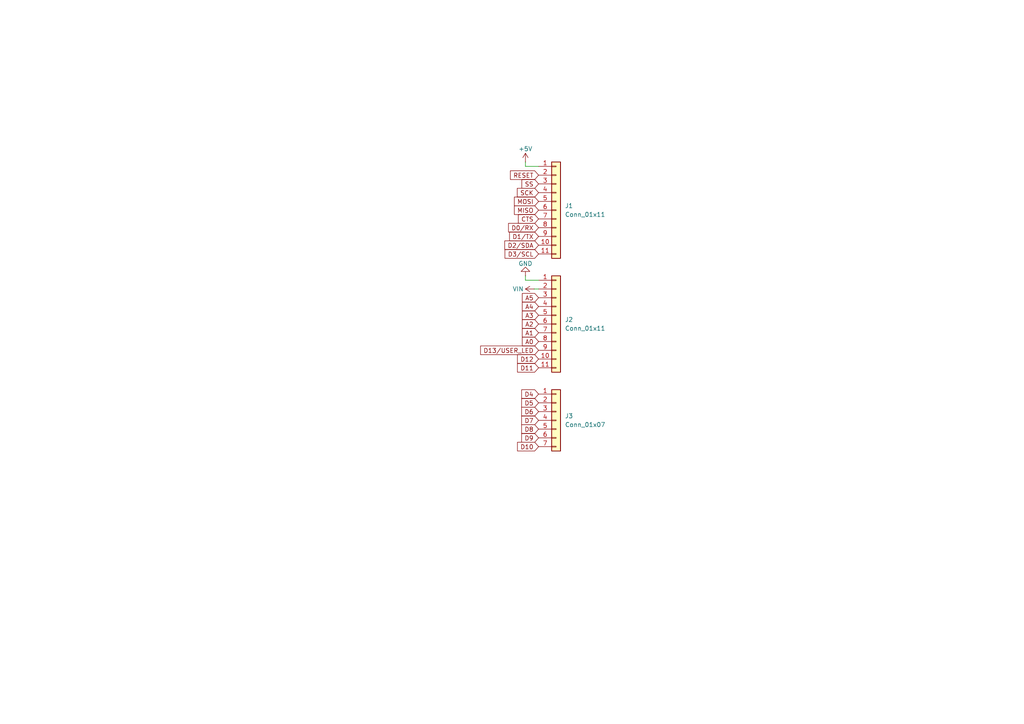
<source format=kicad_sch>
(kicad_sch (version 20250114) (generator "eeschema") (generator_version "9.0")
  (paper "A4")
  (lib_symbols
    (symbol "Connector_Generic:Conn_01x07" (pin_names (offset 1.016) (hide yes))
      (property "Reference" "J" (at 0 10.16 0))
      (property "Value" "Conn_01x07" (at 0 -10.16 0))
      (symbol "Conn_01x07_1_1"
        (rectangle (start -1.27 8.89) (end 1.27 -8.89) (stroke (width 0.254)) (fill (type background)))
        (rectangle (start -1.27 7.747) (end 0 7.493) (stroke (width 0.1524)))
        (rectangle (start -1.27 5.207) (end 0 4.953) (stroke (width 0.1524)))
        (rectangle (start -1.27 2.667) (end 0 2.413) (stroke (width 0.1524)))
        (rectangle (start -1.27 0.127) (end 0 -0.127) (stroke (width 0.1524)))
        (rectangle (start -1.27 -2.413) (end 0 -2.667) (stroke (width 0.1524)))
        (rectangle (start -1.27 -4.953) (end 0 -5.207) (stroke (width 0.1524)))
        (rectangle (start -1.27 -7.493) (end 0 -7.747) (stroke (width 0.1524)))
        (pin passive line (at -5.08 7.62 0) (length 3.81) (name "Pin_1") (number "1"))
        (pin passive line (at -5.08 5.08 0) (length 3.81) (name "Pin_2") (number "2"))
        (pin passive line (at -5.08 2.54 0) (length 3.81) (name "Pin_3") (number "3"))
        (pin passive line (at -5.08 0 0) (length 3.81) (name "Pin_4") (number "4"))
        (pin passive line (at -5.08 -2.54 0) (length 3.81) (name "Pin_5") (number "5"))
        (pin passive line (at -5.08 -5.08 0) (length 3.81) (name "Pin_6") (number "6"))
        (pin passive line (at -5.08 -7.62 0) (length 3.81) (name "Pin_7") (number "7"))
      )
    )
    (symbol "Connector_Generic:Conn_01x11" (pin_names (offset 1.016) (hide yes))
      (property "Reference" "J" (at 0 15.24 0))
      (property "Value" "Conn_01x11" (at 0 -15.24 0))
      (symbol "Conn_01x11_1_1"
        (rectangle (start -1.27 13.97) (end 1.27 -13.97) (stroke (width 0.254)) (fill (type background)))
        (rectangle (start -1.27 12.827) (end 0 12.573) (stroke (width 0.1524)))
        (rectangle (start -1.27 10.287) (end 0 10.033) (stroke (width 0.1524)))
        (rectangle (start -1.27 7.747) (end 0 7.493) (stroke (width 0.1524)))
        (rectangle (start -1.27 5.207) (end 0 4.953) (stroke (width 0.1524)))
        (rectangle (start -1.27 2.667) (end 0 2.413) (stroke (width 0.1524)))
        (rectangle (start -1.27 0.127) (end 0 -0.127) (stroke (width 0.1524)))
        (rectangle (start -1.27 -2.413) (end 0 -2.667) (stroke (width 0.1524)))
        (rectangle (start -1.27 -4.953) (end 0 -5.207) (stroke (width 0.1524)))
        (rectangle (start -1.27 -7.493) (end 0 -7.747) (stroke (width 0.1524)))
        (rectangle (start -1.27 -10.033) (end 0 -10.287) (stroke (width 0.1524)))
        (rectangle (start -1.27 -12.573) (end 0 -12.827) (stroke (width 0.1524)))
        (pin passive line (at -5.08 12.7 0) (length 3.81) (name "Pin_1") (number "1"))
        (pin passive line (at -5.08 10.16 0) (length 3.81) (name "Pin_2") (number "2"))
        (pin passive line (at -5.08 7.62 0) (length 3.81) (name "Pin_3") (number "3"))
        (pin passive line (at -5.08 5.08 0) (length 3.81) (name "Pin_4") (number "4"))
        (pin passive line (at -5.08 2.54 0) (length 3.81) (name "Pin_5") (number "5"))
        (pin passive line (at -5.08 0 0) (length 3.81) (name "Pin_6") (number "6"))
        (pin passive line (at -5.08 -2.54 0) (length 3.81) (name "Pin_7") (number "7"))
        (pin passive line (at -5.08 -5.08 0) (length 3.81) (name "Pin_8") (number "8"))
        (pin passive line (at -5.08 -7.62 0) (length 3.81) (name "Pin_9") (number "9"))
        (pin passive line (at -5.08 -10.16 0) (length 3.81) (name "Pin_10") (number "10"))
        (pin passive line (at -5.08 -12.7 0) (length 3.81) (name "Pin_11") (number "11"))
      )
    )
    (symbol "power:GND" (power) (pin_numbers (hide yes)) (pin_names (offset 0) (hide yes))
      (property "Value" "GND" (at 0 -3.81 0))
      (symbol "GND_0_1"
        (polyline (pts (xy 0 0) (xy 0 -1.27) (xy 1.27 -1.27) (xy 0 -2.54) (xy -1.27 -1.27) (xy 0 -1.27)))
      )
      (symbol "GND_1_1"
        (pin power_in line (at 0 0 270) (length 0) (name "~") (number "1"))
      )
    )
    (symbol "power:VCC" (power) (pin_numbers (hide yes)) (pin_names (offset 0) (hide yes))
      (property "Value" "VCC" (at 0 3.556 0))
      (symbol "VCC_0_1"
        (polyline (pts (xy -0.762 1.27) (xy 0 2.54)))
        (polyline (pts (xy 0 2.54) (xy 0.762 1.27)))
        (polyline (pts (xy 0 0) (xy 0 2.54)))
      )
      (symbol "VCC_1_1"
        (pin power_in line (at 0 0 90) (length 0) (name "~") (number "1"))
      )
    )
  )
  (wire (pts (xy 156.21 81.28) (xy 152.4 81.28)))
  (wire (pts (xy 152.4 81.28) (xy 152.4 80.01)))
  (wire (pts (xy 154.94 83.82) (xy 156.21 83.82)))
  (wire (pts (xy 152.4 48.26) (xy 152.4 46.99)))
  (wire (pts (xy 156.21 48.26) (xy 152.4 48.26)))
  (global_label "A0" (shape input) (at 156.21 99.06 180) (property "Intersheetrefs" "${INTERSHEET_REFS}" (effects (hide yes))))
  (global_label "D0{slash}RX" (shape input) (at 156.21 66.04 180) (property "Intersheetrefs" "${INTERSHEET_REFS}" (effects (hide yes))))
  (global_label "D13{slash}USER_LED" (shape input) (at 156.21 101.6 180) (property "Intersheetrefs" "${INTERSHEET_REFS}" (effects (hide yes))))
  (global_label "D4" (shape input) (at 156.21 114.3 180) (property "Intersheetrefs" "${INTERSHEET_REFS}" (effects (hide yes))))
  (global_label "D6" (shape input) (at 156.21 119.38 180) (property "Intersheetrefs" "${INTERSHEET_REFS}" (effects (hide yes))))
  (global_label "RESET" (shape input) (at 156.21 50.8 180) (property "Intersheetrefs" "${INTERSHEET_REFS}" (effects (hide yes))))
  (global_label "A3" (shape input) (at 156.21 91.44 180) (property "Intersheetrefs" "${INTERSHEET_REFS}" (effects (hide yes))))
  (global_label "A4" (shape input) (at 156.21 88.9 180) (property "Intersheetrefs" "${INTERSHEET_REFS}" (effects (hide yes))))
  (global_label "MOSI" (shape input) (at 156.21 58.42 180) (property "Intersheetrefs" "${INTERSHEET_REFS}" (effects (hide yes))))
  (global_label "MISO" (shape input) (at 156.21 60.96 180) (property "Intersheetrefs" "${INTERSHEET_REFS}" (effects (hide yes))))
  (global_label "D11" (shape input) (at 156.21 106.68 180) (property "Intersheetrefs" "${INTERSHEET_REFS}" (effects (hide yes))))
  (global_label "SS" (shape input) (at 156.21 53.34 180) (property "Intersheetrefs" "${INTERSHEET_REFS}" (effects (hide yes))))
  (global_label "D10" (shape input) (at 156.21 129.54 180) (property "Intersheetrefs" "${INTERSHEET_REFS}" (effects (hide yes))))
  (global_label "A2" (shape input) (at 156.21 93.98 180) (property "Intersheetrefs" "${INTERSHEET_REFS}" (effects (hide yes))))
  (global_label "SCK" (shape input) (at 156.21 55.88 180) (property "Intersheetrefs" "${INTERSHEET_REFS}" (effects (hide yes))))
  (global_label "A5" (shape input) (at 156.21 86.36 180) (property "Intersheetrefs" "${INTERSHEET_REFS}" (effects (hide yes))))
  (global_label "D5" (shape input) (at 156.21 116.84 180) (property "Intersheetrefs" "${INTERSHEET_REFS}" (effects (hide yes))))
  (global_label "D1{slash}TX" (shape input) (at 156.21 68.58 180) (property "Intersheetrefs" "${INTERSHEET_REFS}" (effects (hide yes))))
  (global_label "D9" (shape input) (at 156.21 127 180) (property "Intersheetrefs" "${INTERSHEET_REFS}" (effects (hide yes))))
  (global_label "D8" (shape input) (at 156.21 124.46 180) (property "Intersheetrefs" "${INTERSHEET_REFS}" (effects (hide yes))))
  (global_label "D12" (shape input) (at 156.21 104.14 180) (property "Intersheetrefs" "${INTERSHEET_REFS}" (effects (hide yes))))
  (global_label "A1" (shape input) (at 156.21 96.52 180) (property "Intersheetrefs" "${INTERSHEET_REFS}" (effects (hide yes))))
  (global_label "D7" (shape input) (at 156.21 121.92 180) (property "Intersheetrefs" "${INTERSHEET_REFS}" (effects (hide yes))))
  (global_label "D3{slash}SCL" (shape input) (at 156.21 73.66 180) (property "Intersheetrefs" "${INTERSHEET_REFS}" (effects (hide yes))))
  (global_label "CTS" (shape input) (at 156.21 63.5 180) (property "Intersheetrefs" "${INTERSHEET_REFS}" (effects (hide yes))))
  (global_label "D2{slash}SDA" (shape input) (at 156.21 71.12 180) (property "Intersheetrefs" "${INTERSHEET_REFS}" (effects (hide yes))))
  (symbol (lib_id "power:VCC") (at 152.4 46.99 0) (unit 1)
    (property "Reference" "#PWR016" (effects (hide yes)))
    (property "Value" "+5V" (at 152.4 43.18 0))
    (property "Description" "Power symbol creates a global label with name \"VCC\"" (effects (hide yes)))
  )
  (symbol (lib_id "Connector_Generic:Conn_01x11") (at 161.29 60.96 0) (unit 1)
    (property "Reference" "J1" (at 163.83 59.6899 0) (effects (justify left)))
    (property "Value" "Conn_01x11" (at 163.83 62.2299 0) (effects (justify left)))
    (property "Footprint" "Connector_PinHeader_2.00mm:PinHeader_1x11_P2.00mm_Vertical" (effects (hide yes)))
    (property "Description" "Generic connector, single row, 01x11, script generated (kicad-library-utils/schlib/autogen/connector/)" (effects (hide yes)))
  )
  (symbol (lib_id "Connector_Generic:Conn_01x11") (at 161.29 93.98 0) (unit 1)
    (property "Reference" "J2" (at 163.83 92.7099 0) (effects (justify left)))
    (property "Value" "Conn_01x11" (at 163.83 95.2499 0) (effects (justify left)))
    (property "Footprint" "Connector_PinHeader_2.00mm:PinHeader_1x11_P2.00mm_Vertical" (effects (hide yes)))
    (property "Description" "Generic connector, single row, 01x11, script generated (kicad-library-utils/schlib/autogen/connector/)" (effects (hide yes)))
  )
  (symbol (lib_id "power:GND") (at 152.4 80.01 180) (unit 1)
    (property "Reference" "#PWR015" (effects (hide yes)))
    (property "Value" "GND" (at 152.4 76.454 0))
    (property "Description" "Power symbol creates a global label with name \"GND\" , ground" (effects (hide yes)))
  )
  (symbol (lib_id "power:VCC") (at 154.94 83.82 90) (unit 1)
    (property "Reference" "#PWR024" (effects (hide yes)))
    (property "Value" "VIN" (at 151.892 83.82 90) (effects (justify left)))
    (property "Description" "Power symbol creates a global label with name \"VCC\"" (effects (hide yes)))
  )
  (symbol (lib_id "Connector_Generic:Conn_01x07") (at 161.29 121.92 0) (unit 1)
    (property "Reference" "J3" (at 163.83 120.6499 0) (effects (justify left)))
    (property "Value" "Conn_01x07" (at 163.83 123.1899 0) (effects (justify left)))
    (property "Footprint" "Connector_PinHeader_2.00mm:PinHeader_1x07_P2.00mm_Vertical" (effects (hide yes)))
    (property "Description" "Generic connector, single row, 01x07, script generated (kicad-library-utils/schlib/autogen/connector/)" (effects (hide yes)))
  )
)
</source>
